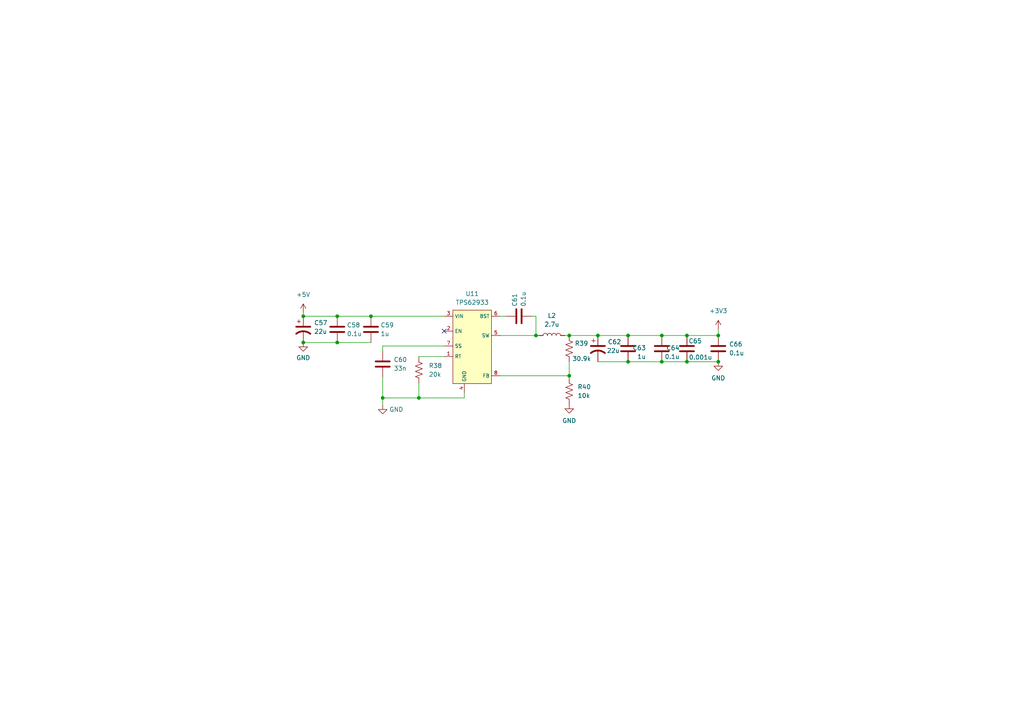
<source format=kicad_sch>
(kicad_sch (version 20211123) (generator eeschema)
  (paper "A4")
  (lib_symbols
    (symbol "Device:C" (pin_numbers hide) (pin_names (offset 0.254))
      (property "Reference" "C" (at 0.635 2.54 0))
      (property "Value" "C" (at 0.635 -2.54 0))
      (symbol "C_0_1"
        (polyline (pts (xy -2.032 -0.762) (xy 2.032 -0.762)) (stroke (width 0.508)))
        (polyline (pts (xy -2.032 0.762) (xy 2.032 0.762)) (stroke (width 0.508)))
      )
      (symbol "C_1_1"
        (pin passive line (at 0 3.81 270) (length 2.794) (name "~") (number "1"))
        (pin passive line (at 0 -3.81 90) (length 2.794) (name "~") (number "2"))
      )
    )
    (symbol "Device:C_Polarized_US" (pin_numbers hide) (pin_names (offset 0.254) hide)
      (property "Reference" "C" (at 0.635 2.54 0))
      (property "Value" "C_Polarized_US" (at 0.635 -2.54 0))
      (symbol "C_Polarized_US_0_1"
        (polyline (pts (xy -2.032 0.762) (xy 2.032 0.762)) (stroke (width 0.508)))
        (polyline (pts (xy -1.778 2.286) (xy -0.762 2.286)))
        (polyline (pts (xy -1.27 1.778) (xy -1.27 2.794)))
        (arc (start 2.032 -1.27) (mid 0 -0.5572) (end -2.032 -1.27) (stroke (width 0.508)))
      )
      (symbol "C_Polarized_US_1_1"
        (pin passive line (at 0 3.81 270) (length 2.794) (name "~") (number "1"))
        (pin passive line (at 0 -3.81 90) (length 3.302) (name "~") (number "2"))
      )
    )
    (symbol "Device:L" (pin_numbers hide) (pin_names (offset 1.016) hide)
      (property "Reference" "L" (at -1.27 0 90))
      (property "Value" "L" (at 1.905 0 90))
      (symbol "L_0_1"
        (arc (start 0 -2.54) (mid 0.635 -1.905) (end 0 -1.27))
        (arc (start 0 -1.27) (mid 0.635 -0.635) (end 0 0))
        (arc (start 0 0) (mid 0.635 0.635) (end 0 1.27))
        (arc (start 0 1.27) (mid 0.635 1.905) (end 0 2.54))
      )
      (symbol "L_1_1"
        (pin passive line (at 0 3.81 270) (length 1.27) (name "1") (number "1"))
        (pin passive line (at 0 -3.81 90) (length 1.27) (name "2") (number "2"))
      )
    )
    (symbol "Device:R_US" (pin_numbers hide) (pin_names (offset 0))
      (property "Reference" "R" (at 2.54 0 90))
      (property "Value" "R_US" (at -2.54 0 90))
      (symbol "R_US_0_1"
        (polyline (pts (xy 0 -2.286) (xy 0 -2.54)))
        (polyline (pts (xy 0 2.286) (xy 0 2.54)))
        (polyline (pts (xy 0 -0.762) (xy 1.016 -1.143) (xy 0 -1.524) (xy -1.016 -1.905) (xy 0 -2.286)))
        (polyline (pts (xy 0 0.762) (xy 1.016 0.381) (xy 0 0) (xy -1.016 -0.381) (xy 0 -0.762)))
        (polyline (pts (xy 0 2.286) (xy 1.016 1.905) (xy 0 1.524) (xy -1.016 1.143) (xy 0 0.762)))
      )
      (symbol "R_US_1_1"
        (pin passive line (at 0 3.81 270) (length 1.27) (name "~") (number "1"))
        (pin passive line (at 0 -3.81 90) (length 1.27) (name "~") (number "2"))
      )
    )
    (symbol "Power:TPS62933"
      (property "Reference" "U" (at 0.254 -16.51 0))
      (property "Value" "TPS62933" (at 0.254 -16.51 0))
      (symbol "TPS62933_0_0"
        (pin input line (at -8.636 -3.302 0) (length 2.54) (name "RT") (number "1"))
        (pin input line (at -8.636 4.064 0) (length 2.54) (name "EN") (number "2"))
        (pin power_in line (at -8.636 8.382 0) (length 2.54) (name "VIN") (number "3"))
        (pin power_in line (at -2.794 -13.716 90) (length 2.54) (name "GND") (number "4"))
        (pin output line (at 7.62 2.794 180) (length 2.54) (name "SW") (number "5"))
        (pin input line (at 7.62 8.382 180) (length 2.54) (name "BST") (number "6"))
        (pin passive line (at -8.636 -0.254 0) (length 2.54) (name "SS") (number "7"))
        (pin input line (at 7.62 -8.89 180) (length 2.54) (name "FB") (number "8"))
      )
      (symbol "TPS62933_0_1"
        (rectangle (start -6.096 10.16) (end 5.08 -11.176) (fill (type background)))
      )
    )
    (symbol "power:+3V3" (power) (pin_names (offset 0))
      (property "Value" "+3V3" (at 0 3.556 0))
      (symbol "+3V3_0_1"
        (polyline (pts (xy -0.762 1.27) (xy 0 2.54)))
        (polyline (pts (xy 0 0) (xy 0 2.54)))
        (polyline (pts (xy 0 2.54) (xy 0.762 1.27)))
      )
      (symbol "+3V3_1_1"
        (pin power_in line (at 0 0 90) (length 0) hide (name "+3V3") (number "1"))
      )
    )
    (symbol "power:+5V" (power) (pin_names (offset 0))
      (property "Value" "+5V" (at 0 3.556 0))
      (symbol "+5V_0_1"
        (polyline (pts (xy -0.762 1.27) (xy 0 2.54)))
        (polyline (pts (xy 0 0) (xy 0 2.54)))
        (polyline (pts (xy 0 2.54) (xy 0.762 1.27)))
      )
      (symbol "+5V_1_1"
        (pin power_in line (at 0 0 90) (length 0) hide (name "+5V") (number "1"))
      )
    )
    (symbol "power:GND" (power) (pin_names (offset 0))
      (property "Value" "GND" (at 0 -3.81 0))
      (symbol "GND_0_1"
        (polyline (pts (xy 0 0) (xy 0 -1.27) (xy 1.27 -1.27) (xy 0 -2.54) (xy -1.27 -1.27) (xy 0 -1.27)))
      )
      (symbol "GND_1_1"
        (pin power_in line (at 0 0 270) (length 0) hide (name "GND") (number "1"))
      )
    )
  )
  (junction (at 155.448 97.3074))
  (junction (at 121.4882 115.4176))
  (junction (at 107.5944 91.7194))
  (junction (at 208.3308 104.9274))
  (junction (at 97.8154 99.3394))
  (junction (at 87.9602 99.3394))
  (junction (at 182.1688 104.9274))
  (junction (at 191.9478 104.9274))
  (junction (at 165.1 97.3074))
  (junction (at 199.2376 104.9274))
  (junction (at 199.2376 97.3074))
  (junction (at 97.8154 91.7194))
  (junction (at 173.4058 97.3074))
  (junction (at 165.1 108.9914))
  (junction (at 87.9602 91.7194))
  (junction (at 191.9478 97.3074))
  (junction (at 208.3308 97.3074))
  (junction (at 182.1688 97.3074))
  (junction (at 110.998 115.4176))
  (no_connect (at 128.8288 96.0374))
  (wire (pts (xy 165.1 108.9914) (xy 165.1 109.6772)))
  (wire (pts (xy 191.9478 97.3074) (xy 199.2376 97.3074)))
  (wire (pts (xy 87.9602 91.7194) (xy 97.8154 91.7194)))
  (wire (pts (xy 199.2376 104.9274) (xy 191.9478 104.9274)))
  (wire (pts (xy 134.6708 113.8174) (xy 134.6708 115.4176)))
  (wire (pts (xy 145.0848 91.7194) (xy 146.7104 91.7194)))
  (wire (pts (xy 87.9602 99.3394) (xy 97.8154 99.3394)))
  (wire (pts (xy 173.4058 104.9274) (xy 182.1688 104.9274)))
  (wire (pts (xy 208.3308 95.4786) (xy 208.3308 97.3074)))
  (wire (pts (xy 145.0848 108.9914) (xy 165.1 108.9914)))
  (wire (pts (xy 121.4882 115.4176) (xy 134.6708 115.4176)))
  (wire (pts (xy 208.3308 97.3074) (xy 199.2376 97.3074)))
  (wire (pts (xy 165.1 97.3074) (xy 173.4058 97.3074)))
  (wire (pts (xy 121.4882 111.1504) (xy 121.4882 115.4176)))
  (wire (pts (xy 154.3304 91.7194) (xy 155.448 91.7194)))
  (wire (pts (xy 110.998 100.3554) (xy 110.998 101.7778)))
  (wire (pts (xy 110.998 109.3978) (xy 110.998 115.4176)))
  (wire (pts (xy 163.8554 97.3074) (xy 165.1 97.3074)))
  (wire (pts (xy 110.998 115.4176) (xy 110.998 117.5004)))
  (wire (pts (xy 97.8154 99.3394) (xy 107.5944 99.3394)))
  (wire (pts (xy 182.1688 97.3074) (xy 191.9478 97.3074)))
  (wire (pts (xy 110.998 115.4176) (xy 121.4882 115.4176)))
  (wire (pts (xy 145.0848 97.3074) (xy 155.448 97.3074)))
  (wire (pts (xy 128.8288 100.3554) (xy 110.998 100.3554)))
  (wire (pts (xy 173.4058 97.3074) (xy 182.1688 97.3074)))
  (wire (pts (xy 128.8288 103.4034) (xy 121.4882 103.4034)))
  (wire (pts (xy 165.1 104.9274) (xy 165.1 108.9914)))
  (wire (pts (xy 199.2376 104.9274) (xy 208.3308 104.9274)))
  (wire (pts (xy 87.9602 90.7034) (xy 87.9602 91.7194)))
  (wire (pts (xy 121.4882 103.4034) (xy 121.4882 103.5304)))
  (wire (pts (xy 155.448 97.3074) (xy 155.448 91.7194)))
  (wire (pts (xy 155.448 97.3074) (xy 156.2354 97.3074)))
  (wire (pts (xy 182.1688 104.9274) (xy 191.9478 104.9274)))
  (wire (pts (xy 107.5944 91.7194) (xy 128.8288 91.7194)))
  (wire (pts (xy 97.8154 91.7194) (xy 107.5944 91.7194)))
  (symbol (lib_id "Device:C") (at 110.998 105.5878 0) (unit 1)
    (property "Reference" "C60" (at 114.173 104.3177 0) (effects (justify left)))
    (property "Value" "33n" (at 114.173 106.8577 0) (effects (justify left)))
  )
  (symbol (lib_id "power:GND") (at 208.3308 104.9274 0) (unit 1)
    (property "Reference" "#PWR084" (effects hide))
    (property "Value" "GND" (at 208.3308 109.6518 0))
  )
  (symbol (lib_id "power:+3V3") (at 208.3308 95.4786 0) (unit 1)
    (property "Reference" "#PWR083" (effects hide))
    (property "Value" "+3V3" (at 208.3308 90.17 0))
  )
  (symbol (lib_id "Device:C") (at 182.1688 101.1174 0) (mirror y) (unit 1)
    (property "Reference" "C63" (at 187.3758 100.9142 0) (effects (justify left)))
    (property "Value" "1u" (at 187.3758 103.4542 0) (effects (justify left)))
  )
  (symbol (lib_id "Device:C") (at 208.3308 101.1174 0) (unit 1)
    (property "Reference" "C66" (at 211.455 99.8473 0) (effects (justify left)))
    (property "Value" "0.1u" (at 211.455 102.3873 0) (effects (justify left)))
  )
  (symbol (lib_id "Power:TPS62933") (at 137.4648 100.1014 0) (unit 1)
    (property "Reference" "U11" (at 136.9568 85.1916 0))
    (property "Value" "TPS62933" (at 136.9568 87.7316 0))
    (property "Datasheet" "https://www.ti.com/lit/ds/symlink/tps62933f.pdf" (effects hide))
  )
  (symbol (lib_id "Device:C") (at 199.2376 101.1174 0) (unit 1)
    (property "Reference" "C65" (at 199.6948 98.9076 0) (effects (justify left)))
    (property "Value" "0.001u" (at 199.771 103.632 0) (effects (justify left)))
  )
  (symbol (lib_id "Device:C_Polarized_US") (at 173.4058 101.1174 0) (unit 1)
    (property "Reference" "C62" (at 176.276 99.1616 0) (effects (justify left)))
    (property "Value" "22u" (at 175.9712 101.7016 0) (effects (justify left)))
  )
  (symbol (lib_id "Device:C") (at 191.9478 101.1174 0) (mirror y) (unit 1)
    (property "Reference" "C64" (at 197.1548 100.9142 0) (effects (justify left)))
    (property "Value" "0.1u" (at 197.1548 103.4542 0) (effects (justify left)))
  )
  (symbol (lib_id "Device:R_US") (at 165.1 101.1174 0) (unit 1)
    (property "Reference" "R39" (at 166.7002 99.6188 0) (effects (justify left)))
    (property "Value" "30.9k" (at 165.9636 104.0384 0) (effects (justify left)))
  )
  (symbol (lib_id "Device:C_Polarized_US") (at 87.9602 95.5294 0) (unit 1)
    (property "Reference" "C57" (at 91.0844 93.6243 0) (effects (justify left)))
    (property "Value" "22u" (at 91.0844 96.1643 0) (effects (justify left)))
  )
  (symbol (lib_id "Device:R_US") (at 121.4882 107.3404 0) (unit 1)
    (property "Reference" "R38" (at 124.333 106.0703 0) (effects (justify left)))
    (property "Value" "20k" (at 124.333 108.6103 0) (effects (justify left)))
  )
  (symbol (lib_id "power:+5V") (at 87.9602 90.7034 0) (unit 1)
    (property "Reference" "#PWR079" (effects hide))
    (property "Value" "+5V" (at 87.9602 85.4456 0))
  )
  (symbol (lib_id "power:GND") (at 110.998 117.5004 0) (unit 1)
    (property "Reference" "#PWR081" (effects hide))
    (property "Value" "GND" (at 112.903 118.7703 0) (effects (justify left)))
  )
  (symbol (lib_id "Device:C") (at 150.5204 91.7194 90) (unit 1)
    (property "Reference" "C61" (at 149.2758 88.9508 0) (effects (justify left)))
    (property "Value" "0.1u" (at 151.8158 88.9508 0) (effects (justify left)))
  )
  (symbol (lib_id "power:GND") (at 165.1 117.2972 0) (unit 1)
    (property "Reference" "#PWR082" (effects hide))
    (property "Value" "GND" (at 165.1 122.0216 0))
  )
  (symbol (lib_id "Device:R_US") (at 165.1 113.4872 0) (unit 1)
    (property "Reference" "R40" (at 167.513 112.2171 0) (effects (justify left)))
    (property "Value" "10k" (at 167.513 114.7571 0) (effects (justify left)))
  )
  (symbol (lib_id "power:GND") (at 87.9602 99.3394 0) (unit 1)
    (property "Reference" "#PWR080" (effects hide))
    (property "Value" "GND" (at 87.9602 103.7844 0))
  )
  (symbol (lib_id "Device:C") (at 97.8154 95.5294 0) (unit 1)
    (property "Reference" "C58" (at 100.584 94.2848 0) (effects (justify left)))
    (property "Value" "0.1u" (at 100.584 96.8248 0) (effects (justify left)))
  )
  (symbol (lib_id "Device:C") (at 107.5944 95.5294 0) (unit 1)
    (property "Reference" "C59" (at 110.363 94.2848 0) (effects (justify left)))
    (property "Value" "1u" (at 110.363 96.8248 0) (effects (justify left)))
  )
  (symbol (lib_id "Device:L") (at 160.0454 97.3074 90) (unit 1)
    (property "Reference" "L2" (at 160.0454 91.5416 90))
    (property "Value" "2.7u" (at 160.0454 94.0816 90))
  )
)
</source>
